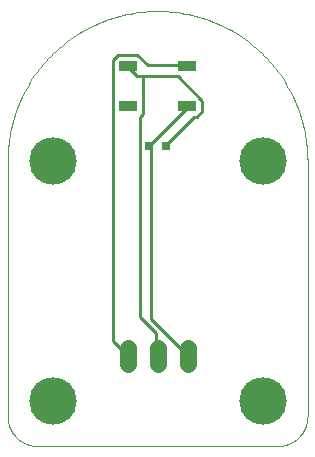
<source format=gtl>
G75*
%MOIN*%
%OFA0B0*%
%FSLAX25Y25*%
%IPPOS*%
%LPD*%
%AMOC8*
5,1,8,0,0,1.08239X$1,22.5*
%
%ADD10R,0.03150X0.03150*%
%ADD11C,0.05543*%
%ADD12C,0.00000*%
%ADD13C,0.15811*%
%ADD14R,0.05906X0.03543*%
%ADD15C,0.01000*%
D10*
X0048847Y0124006D03*
X0054753Y0124006D03*
D11*
X0051800Y0056778D02*
X0051800Y0051234D01*
X0061800Y0051234D02*
X0061800Y0056778D01*
X0041800Y0056778D02*
X0041800Y0051234D01*
D12*
X0011800Y0024006D02*
X0091800Y0024006D01*
X0092042Y0024009D01*
X0092283Y0024018D01*
X0092524Y0024032D01*
X0092765Y0024053D01*
X0093005Y0024079D01*
X0093245Y0024111D01*
X0093484Y0024149D01*
X0093721Y0024192D01*
X0093958Y0024242D01*
X0094193Y0024297D01*
X0094427Y0024357D01*
X0094659Y0024424D01*
X0094890Y0024495D01*
X0095119Y0024573D01*
X0095346Y0024656D01*
X0095571Y0024744D01*
X0095794Y0024838D01*
X0096014Y0024937D01*
X0096232Y0025042D01*
X0096447Y0025151D01*
X0096660Y0025266D01*
X0096870Y0025386D01*
X0097076Y0025511D01*
X0097280Y0025641D01*
X0097481Y0025776D01*
X0097678Y0025916D01*
X0097872Y0026060D01*
X0098062Y0026209D01*
X0098248Y0026363D01*
X0098431Y0026521D01*
X0098610Y0026683D01*
X0098785Y0026850D01*
X0098956Y0027021D01*
X0099123Y0027196D01*
X0099285Y0027375D01*
X0099443Y0027558D01*
X0099597Y0027744D01*
X0099746Y0027934D01*
X0099890Y0028128D01*
X0100030Y0028325D01*
X0100165Y0028526D01*
X0100295Y0028730D01*
X0100420Y0028936D01*
X0100540Y0029146D01*
X0100655Y0029359D01*
X0100764Y0029574D01*
X0100869Y0029792D01*
X0100968Y0030012D01*
X0101062Y0030235D01*
X0101150Y0030460D01*
X0101233Y0030687D01*
X0101311Y0030916D01*
X0101382Y0031147D01*
X0101449Y0031379D01*
X0101509Y0031613D01*
X0101564Y0031848D01*
X0101614Y0032085D01*
X0101657Y0032322D01*
X0101695Y0032561D01*
X0101727Y0032801D01*
X0101753Y0033041D01*
X0101774Y0033282D01*
X0101788Y0033523D01*
X0101797Y0033764D01*
X0101800Y0034006D01*
X0101800Y0119006D01*
X0101785Y0120224D01*
X0101741Y0121440D01*
X0101667Y0122656D01*
X0101563Y0123869D01*
X0101430Y0125079D01*
X0101267Y0126286D01*
X0101075Y0127488D01*
X0100854Y0128686D01*
X0100604Y0129878D01*
X0100325Y0131063D01*
X0100017Y0132241D01*
X0099680Y0133411D01*
X0099315Y0134573D01*
X0098922Y0135725D01*
X0098501Y0136868D01*
X0098052Y0137999D01*
X0097576Y0139120D01*
X0097072Y0140229D01*
X0096542Y0141325D01*
X0095985Y0142408D01*
X0095402Y0143477D01*
X0094794Y0144531D01*
X0094159Y0145571D01*
X0093500Y0146594D01*
X0092816Y0147602D01*
X0092107Y0148592D01*
X0091375Y0149565D01*
X0090619Y0150519D01*
X0089840Y0151455D01*
X0089039Y0152372D01*
X0088215Y0153269D01*
X0087370Y0154145D01*
X0086504Y0155001D01*
X0085617Y0155836D01*
X0084710Y0156648D01*
X0083784Y0157438D01*
X0082838Y0158206D01*
X0081875Y0158950D01*
X0080893Y0159670D01*
X0079894Y0160367D01*
X0078879Y0161039D01*
X0077847Y0161686D01*
X0076800Y0162307D01*
X0075738Y0162903D01*
X0074662Y0163473D01*
X0073573Y0164017D01*
X0072470Y0164533D01*
X0071355Y0165023D01*
X0070229Y0165486D01*
X0069092Y0165921D01*
X0067944Y0166328D01*
X0066787Y0166707D01*
X0065621Y0167058D01*
X0064447Y0167380D01*
X0063265Y0167674D01*
X0062076Y0167939D01*
X0060882Y0168174D01*
X0059682Y0168381D01*
X0058477Y0168558D01*
X0057269Y0168706D01*
X0056057Y0168824D01*
X0054842Y0168913D01*
X0053626Y0168973D01*
X0052409Y0169002D01*
X0051191Y0169002D01*
X0049974Y0168973D01*
X0048758Y0168913D01*
X0047543Y0168824D01*
X0046331Y0168706D01*
X0045123Y0168558D01*
X0043918Y0168381D01*
X0042718Y0168174D01*
X0041524Y0167939D01*
X0040335Y0167674D01*
X0039153Y0167380D01*
X0037979Y0167058D01*
X0036813Y0166707D01*
X0035656Y0166328D01*
X0034508Y0165921D01*
X0033371Y0165486D01*
X0032245Y0165023D01*
X0031130Y0164533D01*
X0030027Y0164017D01*
X0028938Y0163473D01*
X0027862Y0162903D01*
X0026800Y0162307D01*
X0025753Y0161686D01*
X0024721Y0161039D01*
X0023706Y0160367D01*
X0022707Y0159670D01*
X0021725Y0158950D01*
X0020762Y0158206D01*
X0019816Y0157438D01*
X0018890Y0156648D01*
X0017983Y0155836D01*
X0017096Y0155001D01*
X0016230Y0154145D01*
X0015385Y0153269D01*
X0014561Y0152372D01*
X0013760Y0151455D01*
X0012981Y0150519D01*
X0012225Y0149565D01*
X0011493Y0148592D01*
X0010784Y0147602D01*
X0010100Y0146594D01*
X0009441Y0145571D01*
X0008806Y0144531D01*
X0008198Y0143477D01*
X0007615Y0142408D01*
X0007058Y0141325D01*
X0006528Y0140229D01*
X0006024Y0139120D01*
X0005548Y0137999D01*
X0005099Y0136868D01*
X0004678Y0135725D01*
X0004285Y0134573D01*
X0003920Y0133411D01*
X0003583Y0132241D01*
X0003275Y0131063D01*
X0002996Y0129878D01*
X0002746Y0128686D01*
X0002525Y0127488D01*
X0002333Y0126286D01*
X0002170Y0125079D01*
X0002037Y0123869D01*
X0001933Y0122656D01*
X0001859Y0121440D01*
X0001815Y0120224D01*
X0001800Y0119006D01*
X0001800Y0034006D01*
X0001803Y0033764D01*
X0001812Y0033523D01*
X0001826Y0033282D01*
X0001847Y0033041D01*
X0001873Y0032801D01*
X0001905Y0032561D01*
X0001943Y0032322D01*
X0001986Y0032085D01*
X0002036Y0031848D01*
X0002091Y0031613D01*
X0002151Y0031379D01*
X0002218Y0031147D01*
X0002289Y0030916D01*
X0002367Y0030687D01*
X0002450Y0030460D01*
X0002538Y0030235D01*
X0002632Y0030012D01*
X0002731Y0029792D01*
X0002836Y0029574D01*
X0002945Y0029359D01*
X0003060Y0029146D01*
X0003180Y0028936D01*
X0003305Y0028730D01*
X0003435Y0028526D01*
X0003570Y0028325D01*
X0003710Y0028128D01*
X0003854Y0027934D01*
X0004003Y0027744D01*
X0004157Y0027558D01*
X0004315Y0027375D01*
X0004477Y0027196D01*
X0004644Y0027021D01*
X0004815Y0026850D01*
X0004990Y0026683D01*
X0005169Y0026521D01*
X0005352Y0026363D01*
X0005538Y0026209D01*
X0005728Y0026060D01*
X0005922Y0025916D01*
X0006119Y0025776D01*
X0006320Y0025641D01*
X0006524Y0025511D01*
X0006730Y0025386D01*
X0006940Y0025266D01*
X0007153Y0025151D01*
X0007368Y0025042D01*
X0007586Y0024937D01*
X0007806Y0024838D01*
X0008029Y0024744D01*
X0008254Y0024656D01*
X0008481Y0024573D01*
X0008710Y0024495D01*
X0008941Y0024424D01*
X0009173Y0024357D01*
X0009407Y0024297D01*
X0009642Y0024242D01*
X0009879Y0024192D01*
X0010116Y0024149D01*
X0010355Y0024111D01*
X0010595Y0024079D01*
X0010835Y0024053D01*
X0011076Y0024032D01*
X0011317Y0024018D01*
X0011558Y0024009D01*
X0011800Y0024006D01*
D13*
X0016800Y0039006D03*
X0016800Y0119006D03*
X0086800Y0119006D03*
X0086800Y0039006D03*
D14*
X0061643Y0137313D03*
X0061643Y0150699D03*
X0041957Y0150699D03*
X0041957Y0137313D03*
D15*
X0045900Y0133806D02*
X0046800Y0134706D01*
X0046800Y0147306D01*
X0058500Y0147306D01*
X0066600Y0139206D01*
X0066600Y0135606D01*
X0064800Y0133806D01*
X0063900Y0133806D01*
X0054900Y0124806D01*
X0054753Y0124006D01*
X0049500Y0123906D02*
X0048847Y0124006D01*
X0049500Y0124806D01*
X0061200Y0136506D01*
X0061643Y0137313D01*
X0061643Y0150699D02*
X0061200Y0150906D01*
X0048600Y0150906D01*
X0045000Y0154506D01*
X0038700Y0154506D01*
X0036900Y0152706D01*
X0036900Y0059106D01*
X0041400Y0054606D01*
X0041800Y0054006D01*
X0049500Y0066306D02*
X0061800Y0054006D01*
X0051800Y0054006D02*
X0051300Y0054606D01*
X0051300Y0061806D01*
X0045900Y0067206D01*
X0045900Y0133806D01*
X0049500Y0123906D02*
X0049500Y0066306D01*
X0046800Y0147306D02*
X0045000Y0147306D01*
X0042300Y0150006D01*
X0041957Y0150699D01*
M02*

</source>
